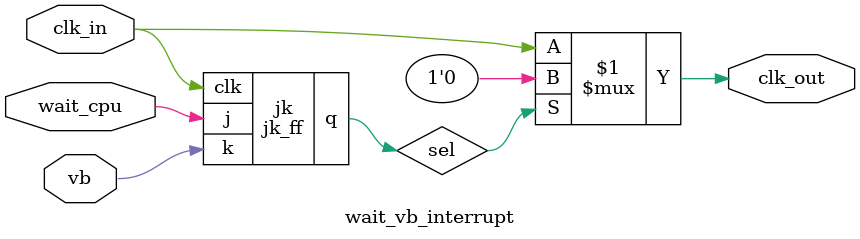
<source format=v>
`timescale 1ns / 1ps
module sr_latch(
    input S,
    input R,
    output Q
    );
 
wire Q_int, Qn_int;
 
assign Q_int = ~(S & Qn_int);
assign Qn_int = ~(R & Q_int);
assign Q = Q_int;
 
endmodule

module jk_ff ( input j,
               input k,
               input clk,
               output reg q);
 
    reg did_toggle;
 
   initial begin
    q = 0;
    did_toggle = 0;
   end
 
   always @ (posedge clk)
      case ({j,k})
         2'b00 :  q <= q;
         2'b01 :  q <= 0;
         2'b10 :  begin
                    q <= 1; 
                    did_toggle = 0;  
                  end
         2'b11 :  begin 
                    if (~did_toggle) begin
                        q <= ~q;
                        did_toggle = 1;
                    end
                  end
      endcase
endmodule

module wait_vb_interrupt(
    input clk_in,
    input vb,
    input wait_cpu,
    output clk_out
    );
    
    wire sel;
    
    //sr_latch sr(wait_cpu, vb, sel);
    jk_ff jk(wait_cpu, vb, clk_in, sel);
    
    assign clk_out = sel ? 1'b0 : clk_in;

endmodule

</source>
